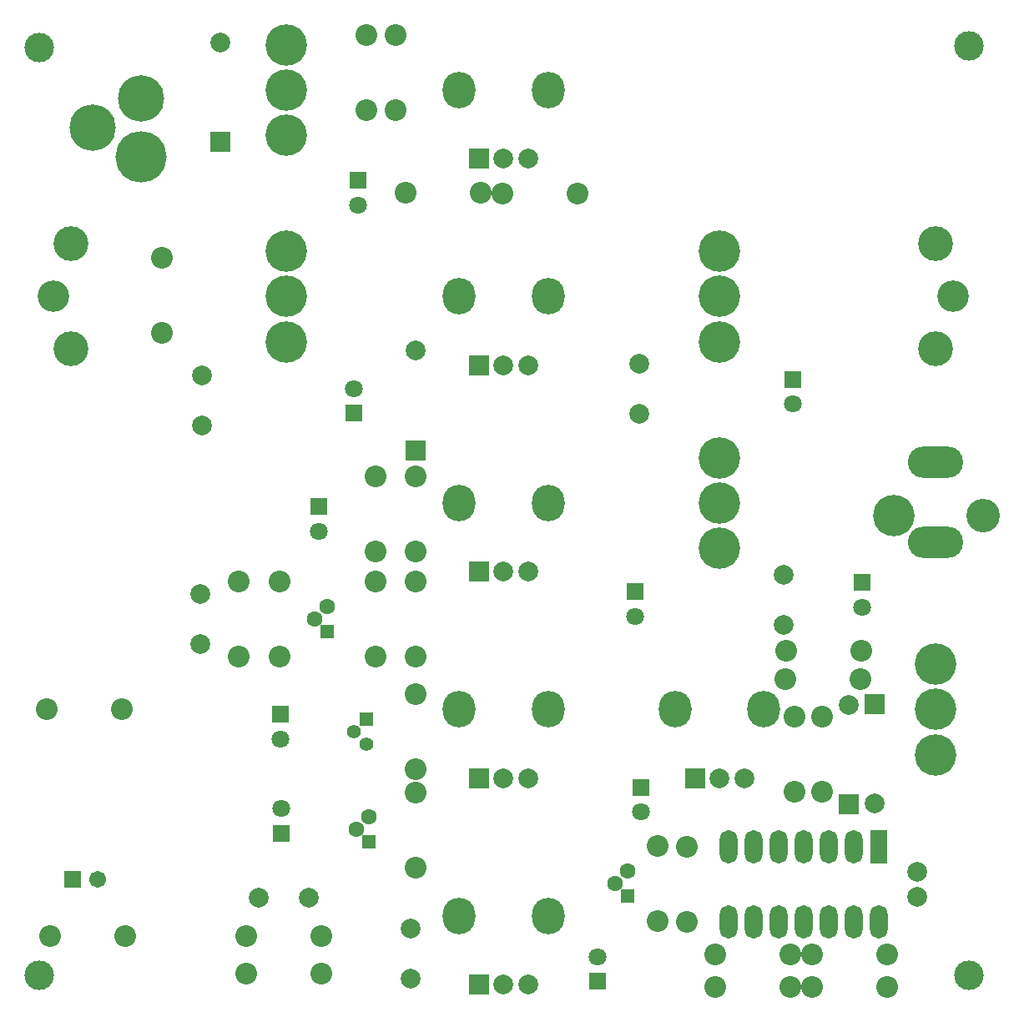
<source format=gbr>
G04 DipTrace 3.1.0.1*
G04 TopMask.gbr*
%MOIN*%
G04 #@! TF.FileFunction,Soldermask,Top*
G04 #@! TF.Part,Single*
%AMOUTLINE1*5,1,4,0,0,0.074307,-225.0*%
%ADD41C,0.11811*%
%ADD58O,0.130047X0.145795*%
%ADD60O,0.070992X0.133984*%
%ADD62R,0.070992X0.133984*%
%ADD64C,0.16548*%
%ADD66C,0.055244*%
%ADD68R,0.055244X0.055244*%
%ADD70C,0.063118*%
%ADD72C,0.08674*%
%ADD74C,0.08674*%
%ADD76C,0.16548*%
%ADD78C,0.133984*%
%ADD80O,0.220598X0.12611*%
%ADD82C,0.138709*%
%ADD84C,0.12611*%
%ADD86C,0.185165*%
%ADD88C,0.20485*%
%ADD90R,0.067055X0.067055*%
%ADD92C,0.067055*%
%ADD94R,0.078866X0.078866*%
%ADD96C,0.078866*%
%ADD98C,0.070992*%
%ADD100R,0.070992X0.070992*%
%ADD104OUTLINE1*%
%FSLAX26Y26*%
G04*
G70*
G90*
G75*
G01*
G04 TopMask*
%LPD*%
D100*
X1623249Y2378975D3*
D98*
Y2280550D3*
D96*
X1150289Y1831475D3*
Y2031475D3*
D100*
X1469230Y1549136D3*
D98*
Y1450711D3*
D96*
X1383554Y816424D3*
X1583554D3*
D100*
X1472883Y1073860D3*
D98*
Y1172285D3*
D96*
X2904601Y2950644D3*
Y2750644D3*
D100*
X3518113Y2887825D3*
D98*
Y2789400D3*
D100*
X1764059Y2753038D3*
D98*
Y2851463D3*
D96*
X1158131Y2903353D3*
Y2703353D3*
X3481417Y2105668D3*
Y1905668D3*
D100*
X2886160Y2039539D3*
D98*
Y1941114D3*
D100*
X2736499Y483024D3*
D98*
Y581449D3*
D96*
X1989167Y692463D3*
Y492463D3*
D100*
X3793243Y2076869D3*
D98*
Y1978444D3*
D100*
X2909127Y1257177D3*
D98*
Y1158752D3*
D96*
X4014134Y821004D3*
Y921004D3*
D100*
X1780867Y3682715D3*
D98*
Y3584290D3*
D94*
X1229916Y3836609D3*
D96*
Y4234247D3*
D94*
X2010853Y2604804D3*
D96*
Y3002442D3*
D94*
X3740665Y1190234D3*
D96*
Y1587871D3*
D94*
X3843238Y1589963D3*
D96*
Y1192325D3*
D92*
X738701Y890322D3*
D90*
X638701D3*
D88*
X912992Y3775306D3*
D86*
Y4011526D3*
X720079Y3893416D3*
D84*
X563803Y3218874D3*
D82*
X633882Y3008835D3*
Y3428913D3*
D84*
X4157538Y3218846D3*
D82*
X4087459Y3428886D3*
Y3008807D3*
D80*
X4087614Y2237656D3*
Y2556396D3*
D78*
X4275094Y2343916D3*
D76*
X3918874Y2343877D3*
D74*
X838266Y1571146D3*
D72*
X538266D3*
D104*
X1655785Y1881475D3*
D70*
X1605785Y1931475D3*
X1655785Y1981475D3*
D68*
X1813667Y1529255D3*
D66*
X1763667Y1479255D3*
X1813667Y1429255D3*
D104*
X1821829Y1040248D3*
D70*
X1771829Y1090248D3*
X1821829Y1140248D3*
D104*
X2856130Y824530D3*
D70*
X2806130Y874530D3*
X2856130Y924530D3*
D74*
X995707Y3372130D3*
D72*
Y3072130D3*
D74*
X1851420Y2500432D3*
D72*
Y2200432D3*
D74*
X2010147D3*
D72*
Y2500432D3*
D74*
Y1781475D3*
D72*
Y2081475D3*
D74*
X1851420Y1781475D3*
D72*
Y2081475D3*
D74*
X1304499D3*
D72*
Y1781475D3*
D74*
X1467146D3*
D72*
Y2081475D3*
D74*
X2010147Y1329255D3*
D72*
Y1629255D3*
D74*
Y1236449D3*
D72*
Y936449D3*
D74*
X1333554Y512765D3*
D72*
X1633554D3*
D74*
Y664438D3*
D72*
X1333554D3*
D74*
X2657698Y3631071D3*
D72*
X2357698D3*
D74*
X2269919Y3633193D3*
D72*
X1969919D3*
D74*
X3522584Y1239942D3*
D72*
Y1539942D3*
D74*
X3892720Y460945D3*
D72*
X3592720D3*
D74*
X548665Y662866D3*
D72*
X848665D3*
D74*
X1812350Y4264005D3*
D72*
Y3964005D3*
D74*
X1931324Y3963319D3*
D72*
Y4263319D3*
D74*
X3632310Y1540004D3*
D72*
Y1240004D3*
D74*
X3487609Y1688835D3*
D72*
X3787609D3*
D74*
X3489490Y1802070D3*
D72*
X3789490D3*
D74*
X2978033Y722726D3*
D72*
Y1022726D3*
D74*
X3094520Y721902D3*
D72*
Y1021902D3*
D74*
X3892720Y589273D3*
D72*
X3592720D3*
D74*
X3206440D3*
D72*
X3506440D3*
D74*
Y460945D3*
D72*
X3206440D3*
D64*
X3223819Y3037667D3*
Y3218927D3*
Y3400186D3*
X1493841Y3037601D3*
Y3218861D3*
Y3400121D3*
X3223701Y2212686D3*
Y2393946D3*
Y2575206D3*
X1494035Y4225188D3*
Y4043928D3*
Y3862668D3*
X4087919Y1750093D3*
Y1568833D3*
Y1387573D3*
D62*
X3860268Y1019782D3*
D60*
X3760268D3*
X3660268D3*
X3560268D3*
X3460268D3*
X3360268D3*
X3260268D3*
Y719782D3*
X3360268D3*
X3460268D3*
X3560268D3*
X3660268D3*
X3760268D3*
X3860268D3*
D94*
X2262957Y3769043D3*
D58*
X2184217Y4044634D3*
D96*
X2361382Y3769043D3*
D58*
X2538547Y4044634D3*
D96*
X2459807Y3769043D3*
D94*
X2263021Y2943976D3*
D58*
X2184281Y3219567D3*
D96*
X2361446Y2943976D3*
D58*
X2538612Y3219567D3*
D96*
X2459871Y2943976D3*
D94*
X2263100Y2118735D3*
D58*
X2184360Y2394325D3*
D96*
X2361525Y2118735D3*
D58*
X2538690Y2394325D3*
D96*
X2459950Y2118735D3*
D94*
X2263167Y1293920D3*
D58*
X2184427Y1569510D3*
D96*
X2361592Y1293920D3*
D58*
X2538757Y1569510D3*
D96*
X2460017Y1293920D3*
D94*
X2263178Y468857D3*
D58*
X2184438Y744448D3*
D96*
X2361604Y468857D3*
D58*
X2538769Y744448D3*
D96*
X2460029Y468857D3*
D94*
X3125336Y1294102D3*
D58*
X3046596Y1569693D3*
D96*
X3223761Y1294102D3*
D58*
X3400927Y1569693D3*
D96*
X3322186Y1294102D3*
D41*
X506499Y4212749D3*
X506501Y506499D3*
X4219001D3*
Y4219001D3*
M02*

</source>
